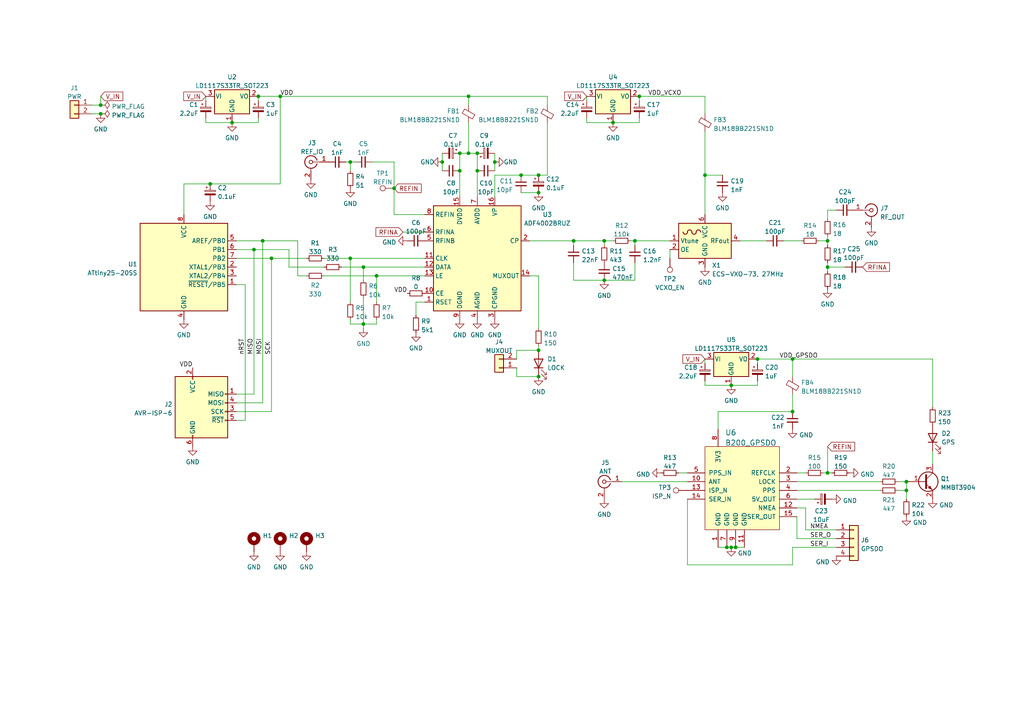
<source format=kicad_sch>
(kicad_sch (version 20211123) (generator eeschema)
  (paper "A4")
  (title_block (title "AD4002 27MHz PLL") (date "2022-04-08") (rev "1") (company "HB9EGM") (comment 1 "Compatible with USRP B200 GPSDO"))
  (lib_symbols
    (symbol "ADF4002_27MHz_PLL:B200_GPSDO" (pin_names (offset 1.016))
      (property "Reference" "U" (at 5.08 -10.16 0))
      (property "Value" "B200_GPSDO" (at 3.81 16.51 0))
      (symbol "B200_GPSDO_0_1"
        (rectangle (start -8.89 15.24) (end 12.7 -8.89) (fill (type background)))
      )
      (symbol "B200_GPSDO_1_1"
        (pin power_in line (at -5.08 -13.97 90) (length 5.08) (name "GND") (number "1"))
        (pin input line (at -13.97 5.08 0) (length 5.08) (name "ANT") (number "10"))
        (pin power_in line (at 2.54 -13.97 90) (length 5.08) (name "GND") (number "11"))
        (pin output line (at 17.78 -2.54 180) (length 5.08) (name "NMEA") (number "12"))
        (pin input line (at -13.97 2.54 0) (length 5.08) (name "ISP_N") (number "13"))
        (pin input line (at -13.97 0 0) (length 5.08) (name "SER_IN") (number "14"))
        (pin output line (at 17.78 -5.08 180) (length 5.08) (name "SER_OUT") (number "15"))
        (pin output line (at 17.78 7.62 180) (length 5.08) (name "REFCLK") (number "2"))
        (pin output line (at 17.78 5.08 180) (length 5.08) (name "LOCK") (number "3"))
        (pin output line (at 17.78 2.54 180) (length 5.08) (name "PPS") (number "4"))
        (pin input line (at -13.97 7.62 0) (length 5.08) (name "PPS_IN") (number "5"))
        (pin power_out line (at 17.78 0 180) (length 5.08) (name "5V_OUT") (number "6"))
        (pin power_in line (at -2.54 -13.97 90) (length 5.08) (name "GND") (number "7"))
        (pin power_in line (at -5.08 20.32 270) (length 5.08) (name "3V3") (number "8"))
        (pin power_in line (at 0 -13.97 90) (length 5.08) (name "GND") (number "9"))
      )
    )
    (symbol "ADF4002_27MHz_PLL:ECS-VXO-73"
      (property "Reference" "X" (at -7.62 6.35 0))
      (property "Value" "ECS-VXO-73" (at 2.54 6.35 0))
      (symbol "ECS-VXO-73_0_1"
        (rectangle (start -7.62 5.08) (end 7.62 -5.08) (stroke (width 0.254)) (fill (type background)))
        (arc (start -6.35 2.54) (mid -5.715 1.905) (end -5.08 2.54) (stroke (width 0.254)))
        (arc (start -3.81 2.54) (mid -4.445 3.175) (end -5.08 2.54) (stroke (width 0.254)))
        (arc (start -3.81 2.54) (mid -3.175 1.905) (end -2.54 2.54) (stroke (width 0.254)))
        (arc (start -1.27 2.54) (mid -1.905 3.175) (end -2.54 2.54) (stroke (width 0.254)))
      )
      (symbol "ECS-VXO-73_1_1"
        (pin input line (at -10.16 0 0) (length 2.54) (name "Vtune") (number "1"))
        (pin input line (at -10.16 -2.54 0) (length 2.54) (name "OE") (number "2"))
        (pin power_in line (at 0 -7.62 90) (length 2.54) (name "GND") (number "3"))
        (pin output line (at 10.16 0 180) (length 2.54) (name "RFout") (number "4"))
        (pin no_connect line (at 2.54 7.62 270) (length 2.54) hide (name "NC") (number "5"))
        (pin power_in line (at 0 7.62 270) (length 2.54) (name "VCC") (number "6"))
      )
    )
    (symbol "Connector:AVR-ISP-6" (pin_names (offset 1.016))
      (property "Reference" "J" (at -6.35 11.43 0))
      (property "Value" "AVR-ISP-6" (at 0 11.43 0))
      (symbol "AVR-ISP-6_0_1"
        (rectangle (start -2.667 -6.858) (end -2.413 -7.62))
        (rectangle (start -2.667 10.16) (end -2.413 9.398))
        (rectangle (start 7.62 -2.413) (end 6.858 -2.667))
        (rectangle (start 7.62 0.127) (end 6.858 -0.127))
        (rectangle (start 7.62 2.667) (end 6.858 2.413))
        (rectangle (start 7.62 5.207) (end 6.858 4.953))
        (rectangle (start 7.62 10.16) (end -7.62 -7.62) (stroke (width 0.254)) (fill (type background)))
      )
      (symbol "AVR-ISP-6_1_1"
        (pin passive line (at 10.16 5.08 180) (length 2.54) (name "MISO") (number "1"))
        (pin passive line (at -2.54 12.7 270) (length 2.54) (name "VCC") (number "2"))
        (pin passive line (at 10.16 0 180) (length 2.54) (name "SCK") (number "3"))
        (pin passive line (at 10.16 2.54 180) (length 2.54) (name "MOSI") (number "4"))
        (pin passive line (at 10.16 -2.54 180) (length 2.54) (name "~{RST}") (number "5"))
        (pin passive line (at -2.54 -10.16 90) (length 2.54) (name "GND") (number "6"))
      )
    )
    (symbol "Connector:Conn_Coaxial" (pin_names (offset 1.016) hide)
      (property "Reference" "J" (at 0.254 3.048 0))
      (property "Value" "Conn_Coaxial" (at 2.921 0 90))
      (symbol "Conn_Coaxial_0_1"
        (arc (start -1.778 -0.508) (mid 0.222 -1.808) (end 1.778 0) (stroke (width 0.254)))
        (polyline (pts (xy -2.54 0) (xy -0.508 0)))
        (polyline (pts (xy 0 -2.54) (xy 0 -1.778)))
        (circle (center 0 0) (radius 0.508) (stroke (width 0.2032)))
        (arc (start 1.778 0) (mid 0.222 1.8083) (end -1.778 0.508) (stroke (width 0.254)))
      )
      (symbol "Conn_Coaxial_1_1"
        (pin passive line (at -5.08 0 0) (length 2.54) (name "In") (number "1"))
        (pin passive line (at 0 -5.08 90) (length 2.54) (name "Ext") (number "2"))
      )
    )
    (symbol "Connector:TestPoint" (pin_numbers hide) (pin_names (offset 0.762) hide)
      (property "Reference" "TP" (at 0 6.858 0))
      (property "Value" "TestPoint" (at 0 5.08 0))
      (symbol "TestPoint_0_1"
        (circle (center 0 3.302) (radius 0.762))
      )
      (symbol "TestPoint_1_1"
        (pin passive line (at 0 0 90) (length 2.54) (name "1") (number "1"))
      )
    )
    (symbol "Connector_Generic:Conn_01x02" (pin_names (offset 1.016) hide)
      (property "Reference" "J" (at 0 2.54 0))
      (property "Value" "Conn_01x02" (at 0 -5.08 0))
      (symbol "Conn_01x02_1_1"
        (rectangle (start -1.27 -2.413) (end 0 -2.667) (stroke (width 0.1524)))
        (rectangle (start -1.27 0.127) (end 0 -0.127) (stroke (width 0.1524)))
        (rectangle (start -1.27 1.27) (end 1.27 -3.81) (stroke (width 0.254)) (fill (type background)))
        (pin passive line (at -5.08 0 0) (length 3.81) (name "Pin_1") (number "1"))
        (pin passive line (at -5.08 -2.54 0) (length 3.81) (name "Pin_2") (number "2"))
      )
    )
    (symbol "Connector_Generic:Conn_01x04" (pin_names (offset 1.016) hide)
      (property "Reference" "J" (at 0 5.08 0))
      (property "Value" "Conn_01x04" (at 0 -7.62 0))
      (symbol "Conn_01x04_1_1"
        (rectangle (start -1.27 -4.953) (end 0 -5.207) (stroke (width 0.1524)))
        (rectangle (start -1.27 -2.413) (end 0 -2.667) (stroke (width 0.1524)))
        (rectangle (start -1.27 0.127) (end 0 -0.127) (stroke (width 0.1524)))
        (rectangle (start -1.27 2.667) (end 0 2.413) (stroke (width 0.1524)))
        (rectangle (start -1.27 3.81) (end 1.27 -6.35) (stroke (width 0.254)) (fill (type background)))
        (pin passive line (at -5.08 2.54 0) (length 3.81) (name "Pin_1") (number "1"))
        (pin passive line (at -5.08 0 0) (length 3.81) (name "Pin_2") (number "2"))
        (pin passive line (at -5.08 -2.54 0) (length 3.81) (name "Pin_3") (number "3"))
        (pin passive line (at -5.08 -5.08 0) (length 3.81) (name "Pin_4") (number "4"))
      )
    )
    (symbol "Device:C_Polarized_Small" (pin_numbers hide) (pin_names (offset 0.254) hide)
      (property "Reference" "C" (at 0.254 1.778 0))
      (property "Value" "C_Polarized_Small" (at 0.254 -2.032 0))
      (symbol "C_Polarized_Small_0_1"
        (rectangle (start -1.524 -0.3048) (end 1.524 -0.6858) (fill (type outline)))
        (rectangle (start -1.524 0.6858) (end 1.524 0.3048))
        (polyline (pts (xy -1.27 1.524) (xy -0.762 1.524)))
        (polyline (pts (xy -1.016 1.27) (xy -1.016 1.778)))
      )
      (symbol "C_Polarized_Small_1_1"
        (pin passive line (at 0 2.54 270) (length 1.8542) (name "~") (number "1"))
        (pin passive line (at 0 -2.54 90) (length 1.8542) (name "~") (number "2"))
      )
    )
    (symbol "Device:C_Small" (pin_numbers hide) (pin_names (offset 0.254) hide)
      (property "Reference" "C" (at 0.254 1.778 0))
      (property "Value" "C_Small" (at 0.254 -2.032 0))
      (symbol "C_Small_0_1"
        (polyline (pts (xy -1.524 -0.508) (xy 1.524 -0.508)) (stroke (width 0.3302)))
        (polyline (pts (xy -1.524 0.508) (xy 1.524 0.508)) (stroke (width 0.3048)))
      )
      (symbol "C_Small_1_1"
        (pin passive line (at 0 2.54 270) (length 2.032) (name "~") (number "1"))
        (pin passive line (at 0 -2.54 90) (length 2.032) (name "~") (number "2"))
      )
    )
    (symbol "Device:FerriteBead_Small" (pin_numbers hide) (pin_names (offset 0))
      (property "Reference" "FB" (at 1.905 1.27 0))
      (property "Value" "FerriteBead_Small" (at 1.905 -1.27 0))
      (symbol "FerriteBead_Small_0_1"
        (polyline (pts (xy 0 -1.27) (xy 0 -0.7874)))
        (polyline (pts (xy 0 0.889) (xy 0 1.2954)))
        (polyline (pts (xy -1.8288 0.2794) (xy -1.1176 1.4986) (xy 1.8288 -0.2032) (xy 1.1176 -1.4224) (xy -1.8288 0.2794)))
      )
      (symbol "FerriteBead_Small_1_1"
        (pin passive line (at 0 2.54 270) (length 1.27) (name "~") (number "1"))
        (pin passive line (at 0 -2.54 90) (length 1.27) (name "~") (number "2"))
      )
    )
    (symbol "Device:LED" (pin_numbers hide) (pin_names (offset 1.016) hide)
      (property "Reference" "D" (at 0 2.54 0))
      (property "Value" "LED" (at 0 -2.54 0))
      (symbol "LED_0_1"
        (polyline (pts (xy -1.27 -1.27) (xy -1.27 1.27)) (stroke (width 0.254)))
        (polyline (pts (xy -1.27 0) (xy 1.27 0)))
        (polyline (pts (xy 1.27 -1.27) (xy 1.27 1.27) (xy -1.27 0) (xy 1.27 -1.27)) (stroke (width 0.254)))
        (polyline (pts (xy -3.048 -0.762) (xy -4.572 -2.286) (xy -3.81 -2.286) (xy -4.572 -2.286) (xy -4.572 -1.524)))
        (polyline (pts (xy -1.778 -0.762) (xy -3.302 -2.286) (xy -2.54 -2.286) (xy -3.302 -2.286) (xy -3.302 -1.524)))
      )
      (symbol "LED_1_1"
        (pin passive line (at -3.81 0 0) (length 2.54) (name "K") (number "1"))
        (pin passive line (at 3.81 0 180) (length 2.54) (name "A") (number "2"))
      )
    )
    (symbol "Device:R_Small" (pin_numbers hide) (pin_names (offset 0.254) hide)
      (property "Reference" "R" (at 0.762 0.508 0))
      (property "Value" "R_Small" (at 0.762 -1.016 0))
      (symbol "R_Small_0_1"
        (rectangle (start -0.762 1.778) (end 0.762 -1.778) (stroke (width 0.2032)))
      )
      (symbol "R_Small_1_1"
        (pin passive line (at 0 2.54 270) (length 0.762) (name "~") (number "1"))
        (pin passive line (at 0 -2.54 90) (length 0.762) (name "~") (number "2"))
      )
    )
    (symbol "MCU_Microchip_ATtiny:ATtiny25-20SS"
      (property "Reference" "U" (at -12.7 13.97 0))
      (property "Value" "ATtiny25-20SS" (at 2.54 -13.97 0))
      (symbol "ATtiny25-20SS_0_1"
        (rectangle (start -12.7 -12.7) (end 12.7 12.7) (stroke (width 0.254)) (fill (type background)))
      )
      (symbol "ATtiny25-20SS_1_1"
        (pin bidirectional line (at 15.24 -5.08 180) (length 2.54) (name "~{RESET}/PB5") (number "1"))
        (pin bidirectional line (at 15.24 0 180) (length 2.54) (name "XTAL1/PB3") (number "2"))
        (pin bidirectional line (at 15.24 -2.54 180) (length 2.54) (name "XTAL2/PB4") (number "3"))
        (pin power_in line (at 0 -15.24 90) (length 2.54) (name "GND") (number "4"))
        (pin bidirectional line (at 15.24 7.62 180) (length 2.54) (name "AREF/PB0") (number "5"))
        (pin bidirectional line (at 15.24 5.08 180) (length 2.54) (name "PB1") (number "6"))
        (pin bidirectional line (at 15.24 2.54 180) (length 2.54) (name "PB2") (number "7"))
        (pin power_in line (at 0 15.24 270) (length 2.54) (name "VCC") (number "8"))
      )
    )
    (symbol "Mechanical:MountingHole_Pad" (pin_numbers hide) (pin_names (offset 1.016) hide)
      (property "Reference" "H" (at 0 6.35 0))
      (property "Value" "MountingHole_Pad" (at 0 4.445 0))
      (symbol "MountingHole_Pad_0_1"
        (circle (center 0 1.27) (radius 1.27) (stroke (width 1.27)))
      )
      (symbol "MountingHole_Pad_1_1"
        (pin input line (at 0 -2.54 90) (length 2.54) (name "1") (number "1"))
      )
    )
    (symbol "Regulator_Linear:LD1117S33TR_SOT223" (pin_names (offset 0.254))
      (property "Reference" "U" (at -3.81 3.175 0))
      (property "Value" "LD1117S33TR_SOT223" (at 0 3.175 0))
      (symbol "LD1117S33TR_SOT223_0_1"
        (rectangle (start -5.08 -5.08) (end 5.08 1.905) (stroke (width 0.254)) (fill (type background)))
      )
      (symbol "LD1117S33TR_SOT223_1_1"
        (pin power_in line (at 0 -7.62 90) (length 2.54) (name "GND") (number "1"))
        (pin power_out line (at 7.62 0 180) (length 2.54) (name "VO") (number "2"))
        (pin power_in line (at -7.62 0 0) (length 2.54) (name "VI") (number "3"))
      )
    )
    (symbol "Timer_PLL:ADF4002BRUZ"
      (property "Reference" "U" (at 12.7 16.51 0))
      (property "Value" "ADF4002BRUZ" (at 0 0 0))
      (symbol "ADF4002BRUZ_0_1"
        (rectangle (start -12.7 15.24) (end 12.7 -15.24) (stroke (width 0.254)) (fill (type background)))
      )
      (symbol "ADF4002BRUZ_1_1"
        (pin input line (at -15.24 -12.7 0) (length 2.54) (name "RSET") (number "1"))
        (pin input line (at -15.24 -10.16 0) (length 2.54) (name "CE") (number "10"))
        (pin input line (at -15.24 0 0) (length 2.54) (name "CLK") (number "11"))
        (pin input line (at -15.24 -2.54 0) (length 2.54) (name "DATA") (number "12"))
        (pin input line (at -15.24 -5.08 0) (length 2.54) (name "LE") (number "13"))
        (pin output line (at 15.24 -5.08 180) (length 2.54) (name "MUXOUT") (number "14"))
        (pin power_in line (at -5.08 17.78 270) (length 2.54) (name "DVDD") (number "15"))
        (pin power_in line (at 5.08 17.78 270) (length 2.54) (name "VP") (number "16"))
        (pin output line (at 15.24 5.08 180) (length 2.54) (name "CP") (number "2"))
        (pin power_in line (at 5.08 -17.78 90) (length 2.54) (name "CPGND") (number "3"))
        (pin power_in line (at 0 -17.78 90) (length 2.54) (name "AGND") (number "4"))
        (pin input line (at -15.24 5.08 0) (length 2.54) (name "RFINB") (number "5"))
        (pin input line (at -15.24 7.62 0) (length 2.54) (name "RFINA") (number "6"))
        (pin power_in line (at 0 17.78 270) (length 2.54) (name "AVDD") (number "7"))
        (pin input line (at -15.24 12.7 0) (length 2.54) (name "REFIN") (number "8"))
        (pin power_in line (at -5.08 -17.78 90) (length 2.54) (name "DGND") (number "9"))
      )
    )
    (symbol "Transistor_BJT:MMBT3904" (pin_names (offset 0) hide)
      (property "Reference" "Q" (at 5.08 1.905 0))
      (property "Value" "MMBT3904" (at 5.08 0 0))
      (symbol "MMBT3904_0_1"
        (polyline (pts (xy 0.635 0.635) (xy 2.54 2.54)))
        (polyline (pts (xy 0.635 -0.635) (xy 2.54 -2.54) (xy 2.54 -2.54)))
        (polyline (pts (xy 0.635 1.905) (xy 0.635 -1.905) (xy 0.635 -1.905)) (stroke (width 0.508)))
        (polyline (pts (xy 1.27 -1.778) (xy 1.778 -1.27) (xy 2.286 -2.286) (xy 1.27 -1.778) (xy 1.27 -1.778)) (fill (type outline)))
        (circle (center 1.27 0) (radius 2.8194) (stroke (width 0.254)))
      )
      (symbol "MMBT3904_1_1"
        (pin input line (at -5.08 0 0) (length 5.715) (name "B") (number "1"))
        (pin passive line (at 2.54 -5.08 90) (length 2.54) (name "E") (number "2"))
        (pin passive line (at 2.54 5.08 270) (length 2.54) (name "C") (number "3"))
      )
    )
    (symbol "power:GND" (power) (pin_names (offset 0))
      (property "Value" "GND" (at 0 -3.81 0))
      (symbol "GND_0_1"
        (polyline (pts (xy 0 0) (xy 0 -1.27) (xy 1.27 -1.27) (xy 0 -2.54) (xy -1.27 -1.27) (xy 0 -1.27)))
      )
      (symbol "GND_1_1"
        (pin power_in line (at 0 0 270) (length 0) hide (name "GND") (number "1"))
      )
    )
    (symbol "power:PWR_FLAG" (power) (pin_numbers hide) (pin_names (offset 0) hide)
      (property "Value" "PWR_FLAG" (at 0 3.81 0))
      (symbol "PWR_FLAG_0_0"
        (pin power_out line (at 0 0 90) (length 0) (name "pwr") (number "1"))
      )
      (symbol "PWR_FLAG_0_1"
        (polyline (pts (xy 0 0) (xy 0 1.27) (xy -1.016 1.905) (xy 0 2.54) (xy 1.016 1.905) (xy 0 1.27)))
      )
    )
  )
  (junction (at 151.13 50.8))
  (junction (at 212.09 111.76))
  (junction (at 240.03 69.85))
  (junction (at 29.21 33.02))
  (junction (at 138.43 49.53))
  (junction (at 101.6 74.93))
  (junction (at 114.3 54.61))
  (junction (at 81.28 27.94))
  (junction (at 67.31 35.56))
  (junction (at 184.15 69.85))
  (junction (at 105.41 77.47))
  (junction (at 229.87 119.38))
  (junction (at 135.89 44.45))
  (junction (at 156.21 55.88))
  (junction (at 133.35 44.45))
  (junction (at 262.89 142.24))
  (junction (at 204.47 50.8))
  (junction (at 185.42 27.94))
  (junction (at 156.21 101.6))
  (junction (at 213.36 158.75))
  (junction (at 240.03 77.47))
  (junction (at 128.27 46.99))
  (junction (at 177.8 35.56))
  (junction (at 101.6 46.99))
  (junction (at 143.51 46.99))
  (junction (at 175.26 69.85))
  (junction (at 166.37 69.85))
  (junction (at 76.2 69.85))
  (junction (at 133.35 49.53))
  (junction (at 175.26 81.28))
  (junction (at 135.89 27.94))
  (junction (at 109.22 80.01))
  (junction (at 262.89 139.7))
  (junction (at 73.66 72.39))
  (junction (at 74.93 27.94))
  (junction (at 229.87 104.14))
  (junction (at 29.21 30.48))
  (junction (at 138.43 44.45))
  (junction (at 78.74 74.93))
  (junction (at 212.09 158.75))
  (junction (at 156.21 50.8))
  (junction (at 156.21 109.22))
  (junction (at 60.96 53.34))
  (junction (at 240.03 137.16))
  (junction (at 105.41 93.98))
  (junction (at 219.71 104.14))
  (junction (at 210.82 158.75))
  (wire (pts (xy 212.09 158.75) (xy 213.36 158.75)))
  (wire (pts (xy 194.31 74.93) (xy 194.31 72.39)))
  (wire (pts (xy 151.13 55.88) (xy 156.21 55.88)))
  (wire (pts (xy 240.03 129.54) (xy 240.03 137.16)))
  (wire (pts (xy 227.33 69.85) (xy 232.41 69.85)))
  (wire (pts (xy 166.37 81.28) (xy 175.26 81.28)))
  (wire (pts (xy 156.21 80.01) (xy 153.67 80.01)))
  (wire (pts (xy 166.37 69.85) (xy 175.26 69.85)))
  (wire (pts (xy 138.43 49.53) (xy 138.43 57.15)))
  (wire (pts (xy 74.93 35.56) (xy 74.93 34.29)))
  (wire (pts (xy 29.21 33.02) (xy 26.67 33.02)))
  (wire (pts (xy 114.3 62.23) (xy 114.3 54.61)))
  (wire (pts (xy 143.51 44.45) (xy 143.51 46.99)))
  (wire (pts (xy 204.47 33.02) (xy 204.47 27.94)))
  (wire (pts (xy 105.41 86.36) (xy 105.41 93.98)))
  (wire (pts (xy 184.15 71.12) (xy 184.15 69.85)))
  (wire (pts (xy 83.82 77.47) (xy 93.98 77.47)))
  (wire (pts (xy 170.18 27.94) (xy 170.18 29.21)))
  (wire (pts (xy 231.14 139.7) (xy 255.27 139.7)))
  (wire (pts (xy 204.47 111.76) (xy 212.09 111.76)))
  (wire (pts (xy 233.68 153.67) (xy 233.68 147.32)))
  (wire (pts (xy 210.82 158.75) (xy 212.09 158.75)))
  (wire (pts (xy 73.66 72.39) (xy 73.66 114.3)))
  (wire (pts (xy 68.58 121.92) (xy 71.12 121.92)))
  (wire (pts (xy 135.89 44.45) (xy 138.43 44.45)))
  (wire (pts (xy 170.18 34.29) (xy 170.18 35.56)))
  (wire (pts (xy 143.51 46.99) (xy 143.51 49.53)))
  (wire (pts (xy 101.6 46.99) (xy 102.87 46.99)))
  (wire (pts (xy 59.69 27.94) (xy 59.69 29.21)))
  (wire (pts (xy 135.89 27.94) (xy 158.75 27.94)))
  (wire (pts (xy 185.42 27.94) (xy 204.47 27.94)))
  (wire (pts (xy 214.63 69.85) (xy 222.25 69.85)))
  (wire (pts (xy 233.68 147.32) (xy 231.14 147.32)))
  (wire (pts (xy 213.36 158.75) (xy 215.9 158.75)))
  (wire (pts (xy 135.89 44.45) (xy 133.35 44.45)))
  (wire (pts (xy 86.36 80.01) (xy 86.36 69.85)))
  (wire (pts (xy 60.96 53.34) (xy 53.34 53.34)))
  (wire (pts (xy 86.36 69.85) (xy 76.2 69.85)))
  (wire (pts (xy 229.87 109.22) (xy 229.87 104.14)))
  (wire (pts (xy 78.74 74.93) (xy 78.74 119.38)))
  (wire (pts (xy 59.69 35.56) (xy 67.31 35.56)))
  (wire (pts (xy 73.66 72.39) (xy 83.82 72.39)))
  (wire (pts (xy 138.43 44.45) (xy 138.43 49.53)))
  (wire (pts (xy 170.18 35.56) (xy 177.8 35.56)))
  (wire (pts (xy 114.3 54.61) (xy 114.3 46.99)))
  (wire (pts (xy 238.76 137.16) (xy 240.03 137.16)))
  (wire (pts (xy 149.86 109.22) (xy 156.21 109.22)))
  (wire (pts (xy 143.51 50.8) (xy 151.13 50.8)))
  (wire (pts (xy 240.03 77.47) (xy 245.11 77.47)))
  (wire (pts (xy 109.22 80.01) (xy 123.19 80.01)))
  (wire (pts (xy 240.03 69.85) (xy 240.03 68.58)))
  (wire (pts (xy 231.14 142.24) (xy 255.27 142.24)))
  (wire (pts (xy 73.66 114.3) (xy 68.58 114.3)))
  (wire (pts (xy 53.34 53.34) (xy 53.34 62.23)))
  (wire (pts (xy 156.21 95.25) (xy 156.21 80.01)))
  (wire (pts (xy 184.15 69.85) (xy 194.31 69.85)))
  (wire (pts (xy 185.42 35.56) (xy 185.42 34.29)))
  (wire (pts (xy 135.89 27.94) (xy 135.89 30.48)))
  (wire (pts (xy 120.65 87.63) (xy 123.19 87.63)))
  (wire (pts (xy 78.74 119.38) (xy 68.58 119.38)))
  (wire (pts (xy 240.03 69.85) (xy 240.03 71.12)))
  (wire (pts (xy 175.26 69.85) (xy 175.26 71.12)))
  (wire (pts (xy 101.6 93.98) (xy 105.41 93.98)))
  (wire (pts (xy 100.33 46.99) (xy 101.6 46.99)))
  (wire (pts (xy 86.36 80.01) (xy 88.9 80.01)))
  (wire (pts (xy 99.06 77.47) (xy 105.41 77.47)))
  (wire (pts (xy 242.57 156.21) (xy 231.14 156.21)))
  (wire (pts (xy 219.71 104.14) (xy 229.87 104.14)))
  (wire (pts (xy 105.41 93.98) (xy 105.41 95.25)))
  (wire (pts (xy 208.28 158.75) (xy 210.82 158.75)))
  (wire (pts (xy 26.67 30.48) (xy 29.21 30.48)))
  (wire (pts (xy 270.51 130.81) (xy 270.51 134.62)))
  (wire (pts (xy 76.2 116.84) (xy 68.58 116.84)))
  (wire (pts (xy 175.26 69.85) (xy 177.8 69.85)))
  (wire (pts (xy 184.15 69.85) (xy 182.88 69.85)))
  (wire (pts (xy 120.65 91.44) (xy 120.65 87.63)))
  (wire (pts (xy 109.22 92.71) (xy 109.22 93.98)))
  (wire (pts (xy 196.85 137.16) (xy 199.39 137.16)))
  (wire (pts (xy 68.58 69.85) (xy 76.2 69.85)))
  (wire (pts (xy 240.03 60.96) (xy 240.03 63.5)))
  (wire (pts (xy 107.95 46.99) (xy 114.3 46.99)))
  (wire (pts (xy 208.28 119.38) (xy 229.87 119.38)))
  (wire (pts (xy 67.31 35.56) (xy 74.93 35.56)))
  (wire (pts (xy 133.35 49.53) (xy 133.35 57.15)))
  (wire (pts (xy 105.41 77.47) (xy 105.41 81.28)))
  (wire (pts (xy 101.6 74.93) (xy 101.6 87.63)))
  (wire (pts (xy 231.14 144.78) (xy 236.22 144.78)))
  (wire (pts (xy 149.86 104.14) (xy 149.86 101.6)))
  (wire (pts (xy 101.6 46.99) (xy 101.6 49.53)))
  (wire (pts (xy 262.89 142.24) (xy 262.89 139.7)))
  (wire (pts (xy 81.28 27.94) (xy 135.89 27.94)))
  (wire (pts (xy 204.47 104.14) (xy 204.47 105.41)))
  (wire (pts (xy 74.93 27.94) (xy 81.28 27.94)))
  (wire (pts (xy 229.87 104.14) (xy 270.51 104.14)))
  (wire (pts (xy 229.87 158.75) (xy 229.87 163.83)))
  (wire (pts (xy 29.21 27.94) (xy 29.21 30.48)))
  (wire (pts (xy 260.35 142.24) (xy 262.89 142.24)))
  (wire (pts (xy 133.35 44.45) (xy 133.35 49.53)))
  (wire (pts (xy 229.87 163.83) (xy 199.39 163.83)))
  (wire (pts (xy 240.03 77.47) (xy 240.03 78.74)))
  (wire (pts (xy 149.86 106.68) (xy 149.86 109.22)))
  (wire (pts (xy 116.84 67.31) (xy 123.19 67.31)))
  (wire (pts (xy 260.35 139.7) (xy 262.89 139.7)))
  (wire (pts (xy 204.47 110.49) (xy 204.47 111.76)))
  (wire (pts (xy 184.15 81.28) (xy 175.26 81.28)))
  (wire (pts (xy 93.98 80.01) (xy 109.22 80.01)))
  (wire (pts (xy 143.51 57.15) (xy 143.51 50.8)))
  (wire (pts (xy 101.6 93.98) (xy 101.6 92.71)))
  (wire (pts (xy 71.12 121.92) (xy 71.12 82.55)))
  (wire (pts (xy 242.57 153.67) (xy 233.68 153.67)))
  (wire (pts (xy 180.34 139.7) (xy 199.39 139.7)))
  (wire (pts (xy 109.22 93.98) (xy 105.41 93.98)))
  (wire (pts (xy 166.37 76.2) (xy 166.37 81.28)))
  (wire (pts (xy 128.27 46.99) (xy 128.27 49.53)))
  (wire (pts (xy 156.21 100.33) (xy 156.21 101.6)))
  (wire (pts (xy 219.71 105.41) (xy 219.71 104.14)))
  (wire (pts (xy 153.67 69.85) (xy 166.37 69.85)))
  (wire (pts (xy 242.57 158.75) (xy 229.87 158.75)))
  (wire (pts (xy 158.75 30.48) (xy 158.75 27.94)))
  (wire (pts (xy 101.6 74.93) (xy 123.19 74.93)))
  (wire (pts (xy 204.47 38.1) (xy 204.47 50.8)))
  (wire (pts (xy 212.09 111.76) (xy 219.71 111.76)))
  (wire (pts (xy 135.89 35.56) (xy 135.89 44.45)))
  (wire (pts (xy 240.03 76.2) (xy 240.03 77.47)))
  (wire (pts (xy 177.8 35.56) (xy 185.42 35.56)))
  (wire (pts (xy 76.2 69.85) (xy 76.2 116.84)))
  (wire (pts (xy 105.41 77.47) (xy 123.19 77.47)))
  (wire (pts (xy 231.14 137.16) (xy 233.68 137.16)))
  (wire (pts (xy 219.71 111.76) (xy 219.71 110.49)))
  (wire (pts (xy 158.75 35.56) (xy 158.75 50.8)))
  (wire (pts (xy 237.49 69.85) (xy 240.03 69.85)))
  (wire (pts (xy 123.19 62.23) (xy 114.3 62.23)))
  (wire (pts (xy 231.14 156.21) (xy 231.14 149.86)))
  (wire (pts (xy 128.27 44.45) (xy 128.27 46.99)))
  (wire (pts (xy 93.98 74.93) (xy 101.6 74.93)))
  (wire (pts (xy 240.03 137.16) (xy 241.3 137.16)))
  (wire (pts (xy 149.86 101.6) (xy 156.21 101.6)))
  (wire (pts (xy 242.57 60.96) (xy 240.03 60.96)))
  (wire (pts (xy 229.87 119.38) (xy 229.87 114.3)))
  (wire (pts (xy 68.58 74.93) (xy 78.74 74.93)))
  (wire (pts (xy 270.51 118.11) (xy 270.51 104.14)))
  (wire (pts (xy 204.47 50.8) (xy 209.55 50.8)))
  (wire (pts (xy 208.28 119.38) (xy 208.28 124.46)))
  (wire (pts (xy 204.47 50.8) (xy 204.47 62.23)))
  (wire (pts (xy 81.28 53.34) (xy 81.28 27.94)))
  (wire (pts (xy 78.74 74.93) (xy 88.9 74.93)))
  (wire (pts (xy 59.69 34.29) (xy 59.69 35.56)))
  (wire (pts (xy 199.39 163.83) (xy 199.39 144.78)))
  (wire (pts (xy 71.12 82.55) (xy 68.58 82.55)))
  (wire (pts (xy 185.42 29.21) (xy 185.42 27.94)))
  (wire (pts (xy 262.89 142.24) (xy 262.89 144.78)))
  (wire (pts (xy 74.93 29.21) (xy 74.93 27.94)))
  (wire (pts (xy 166.37 69.85) (xy 166.37 71.12)))
  (wire (pts (xy 151.13 50.8) (xy 156.21 50.8)))
  (wire (pts (xy 60.96 53.34) (xy 81.28 53.34)))
  (wire (pts (xy 109.22 80.01) (xy 109.22 87.63)))
  (wire (pts (xy 156.21 50.8) (xy 158.75 50.8)))
  (wire (pts (xy 184.15 76.2) (xy 184.15 81.28)))
  (wire (pts (xy 68.58 72.39) (xy 73.66 72.39)))
  (wire (pts (xy 83.82 72.39) (xy 83.82 77.47)))
  (label "MISO" (at 73.66 102.87 90))
  (label "VDD_VCXO" (at 187.96 27.94 0))
  (label "SER_O" (at 234.95 156.21 0))
  (label "nRST" (at 71.12 102.87 90))
  (label "NMEA" (at 234.95 153.67 0))
  (label "SCK" (at 78.74 102.87 90))
  (label "VDD" (at 55.88 106.68 180))
  (label "SER_I" (at 234.95 158.75 0))
  (label "MOSI" (at 76.2 102.87 90))
  (label "VDD" (at 81.28 27.94 0))
  (label "VDD_GPSDO" (at 226.06 104.14 0))
  (label "VDD" (at 118.11 85.09 180))
  (global_label "V_IN" (shape input) (at 204.47 104.14 180) (property "Intersheet References" "${INTERSHEET_REFS}" (effects hide)))
  (global_label "REFIN" (shape input) (at 240.03 129.54 0) (property "Intersheet References" "${INTERSHEET_REFS}" (effects hide)))
  (global_label "V_IN" (shape input) (at 170.18 27.94 180) (property "Intersheet References" "${INTERSHEET_REFS}" (effects hide)))
  (global_label "REFIN" (shape input) (at 114.3 54.61 0) (property "Intersheet References" "${INTERSHEET_REFS}" (effects hide)))
  (global_label "RFINA" (shape input) (at 116.84 67.31 180) (property "Intersheet References" "${INTERSHEET_REFS}" (effects hide)))
  (global_label "V_IN" (shape input) (at 59.69 27.94 180) (property "Intersheet References" "${INTERSHEET_REFS}" (effects hide)))
  (global_label "RFINA" (shape input) (at 250.19 77.47 0) (property "Intersheet References" "${INTERSHEET_REFS}" (effects hide)))
  (global_label "V_IN" (shape input) (at 29.21 27.94 0) (property "Intersheet References" "${INTERSHEET_REFS}" (effects hide)))
  (symbol (lib_id "Mechanical:MountingHole_Pad") (at 81.28 157.48 0) (unit 1)
    (property "Reference" "H2" (at 83.82 155.3753 0) (effects (justify left)))
    (property "Value" "MountingHole_Pad" (effects hide))
    (property "Footprint" "MountingHole:MountingHole_3.2mm_M3_ISO7380_Pad" (effects hide))
  )
  (symbol (lib_id "Device:R_Small") (at 236.22 137.16 270) (unit 1)
    (property "Reference" "R15" (at 236.22 132.7236 90))
    (property "Value" "100" (at 236.22 135.2605 90))
    (property "Footprint" "Resistor_SMD:R_0603_1608Metric_Pad0.98x0.95mm_HandSolder" (effects hide))
  )
  (symbol (lib_id "power:GND") (at 156.21 109.22 0) (unit 1)
    (property "Reference" "#PWR015" (effects hide))
    (property "Value" "GND" (at 156.21 113.6634 0))
  )
  (symbol (lib_id "power:GND") (at 242.57 161.29 0) (unit 1)
    (property "Reference" "#PWR027" (effects hide))
    (property "Value" "GND" (at 240.6651 162.9938 0) (effects (justify right)))
  )
  (symbol (lib_id "Device:R_Small") (at 175.26 73.66 180) (unit 1)
    (property "Reference" "R11" (at 176.7586 72.8253 0) (effects (justify right)))
    (property "Value" "4k3" (at 176.7586 75.3622 0) (effects (justify right)))
    (property "Footprint" "Resistor_SMD:R_0603_1608Metric_Pad0.98x0.95mm_HandSolder" (effects hide))
  )
  (symbol (lib_id "Device:C_Polarized_Small") (at 204.47 107.95 0) (unit 1)
    (property "Reference" "C18" (at 202.311 106.5692 0) (effects (justify right)))
    (property "Value" "2.2uF" (at 202.311 109.1061 0) (effects (justify right)))
    (property "Footprint" "Capacitor_SMD:C_0805_2012Metric_Pad1.18x1.45mm_HandSolder" (effects hide))
  )
  (symbol (lib_id "Device:C_Small") (at 229.87 121.92 0) (unit 1)
    (property "Reference" "C22" (at 227.546 121.0916 0) (effects (justify right)))
    (property "Value" "1nF" (at 227.546 123.6285 0) (effects (justify right)))
    (property "Footprint" "Capacitor_SMD:C_0805_2012Metric_Pad1.18x1.45mm_HandSolder" (effects hide))
  )
  (symbol (lib_id "Device:C_Polarized_Small") (at 74.93 31.75 0) (unit 1)
    (property "Reference" "C3" (at 77.089 30.3692 0) (effects (justify left)))
    (property "Value" "1uF" (at 77.089 32.9061 0) (effects (justify left)))
    (property "Footprint" "Capacitor_SMD:C_0805_2012Metric_Pad1.18x1.45mm_HandSolder" (effects hide))
  )
  (symbol (lib_id "Device:R_Small") (at 243.84 137.16 270) (unit 1)
    (property "Reference" "R19" (at 243.84 132.7236 90))
    (property "Value" "150" (at 243.84 135.2605 90))
    (property "Footprint" "Resistor_SMD:R_0603_1608Metric_Pad0.98x0.95mm_HandSolder" (effects hide))
  )
  (symbol (lib_id "Connector_Generic:Conn_01x02") (at 21.59 30.48 0) (mirror y) (unit 1)
    (property "Reference" "J1" (at 21.59 25.5102 0))
    (property "Value" "PWR" (at 21.59 28.0471 0))
    (property "Footprint" "Connector_PinHeader_2.54mm:PinHeader_1x02_P2.54mm_Vertical" (effects hide))
  )
  (symbol (lib_id "Device:R_Small") (at 194.31 137.16 270) (unit 1)
    (property "Reference" "R13" (at 194.31 132.7236 90))
    (property "Value" "4k7" (at 194.31 135.2605 90))
    (property "Footprint" "Resistor_SMD:R_0603_1608Metric_Pad0.98x0.95mm_HandSolder" (effects hide))
  )
  (symbol (lib_id "power:GND") (at 175.26 144.78 0) (unit 1)
    (property "Reference" "#PWR017" (effects hide))
    (property "Value" "GND" (at 175.26 149.2234 0))
  )
  (symbol (lib_id "Timer_PLL:ADF4002BRUZ") (at 138.43 74.93 0) (unit 1)
    (property "Reference" "U3" (at 158.75 62.23 0))
    (property "Value" "ADF4002BRUZ" (at 158.75 64.7669 0))
    (property "Footprint" "Package_SO:TSSOP-16_4.4x5mm_P0.65mm" (effects hide))
    (property "Datasheet" "https://www.analog.com/media/en/technical-documentation/data-sheets/ADF4002.pdf" (effects hide))
  )
  (symbol (lib_id "Device:R_Small") (at 105.41 83.82 180) (unit 1)
    (property "Reference" "R6" (at 106.9086 82.9853 0) (effects (justify right)))
    (property "Value" "10k" (at 106.9086 85.5222 0) (effects (justify right)))
    (property "Footprint" "Resistor_SMD:R_0603_1608Metric_Pad0.98x0.95mm_HandSolder" (effects hide))
  )
  (symbol (lib_id "Connector:Conn_Coaxial") (at 252.73 60.96 0) (unit 1)
    (property "Reference" "J7" (at 255.27 60.4185 0) (effects (justify left)))
    (property "Value" "RF_OUT" (at 255.27 62.9554 0) (effects (justify left)))
    (property "Footprint" "Connector_Coaxial:SMA_Molex_73251-2120_EdgeMount_Horizontal" (effects hide))
    (property "Datasheet" " ~" (effects hide))
  )
  (symbol (lib_id "Device:C_Small") (at 140.97 49.53 270) (unit 1)
    (property "Reference" "C10" (at 140.9636 53.1225 90))
    (property "Value" "10pF" (at 140.9636 55.6594 90))
    (property "Footprint" "Capacitor_SMD:C_0805_2012Metric_Pad1.18x1.45mm_HandSolder" (effects hide))
  )
  (symbol (lib_id "Device:C_Polarized_Small") (at 140.97 44.45 90) (unit 1)
    (property "Reference" "C9" (at 140.4239 39.3532 90))
    (property "Value" "0.1uF" (at 140.4239 41.8901 90))
    (property "Footprint" "Capacitor_SMD:C_0805_2012Metric_Pad1.18x1.45mm_HandSolder" (effects hide))
  )
  (symbol (lib_id "power:GND") (at 53.34 92.71 0) (unit 1)
    (property "Reference" "#PWR02" (effects hide))
    (property "Value" "GND" (at 53.34 97.1534 0))
  )
  (symbol (lib_id "Device:C_Small") (at 224.79 69.85 90) (unit 1)
    (property "Reference" "C21" (at 224.7963 64.5881 90))
    (property "Value" "100pF" (at 224.7963 67.125 90))
    (property "Footprint" "Capacitor_SMD:C_0805_2012Metric_Pad1.18x1.45mm_HandSolder" (effects hide))
  )
  (symbol (lib_id "Device:C_Polarized_Small") (at 60.96 55.88 0) (unit 1)
    (property "Reference" "C2" (at 63.119 54.4992 0) (effects (justify left)))
    (property "Value" "0.1uF" (at 63.119 57.0361 0) (effects (justify left)))
    (property "Footprint" "Capacitor_SMD:C_0805_2012Metric_Pad1.18x1.45mm_HandSolder" (effects hide))
  )
  (symbol (lib_id "Device:FerriteBead_Small") (at 135.89 33.02 180) (unit 1)
    (property "Reference" "FB1" (at 133.4263 32.2234 0) (effects (justify left)))
    (property "Value" "BLM18BB221SN1D" (at 133.4263 34.7603 0) (effects (justify left)))
    (property "Footprint" "Resistor_SMD:R_0603_1608Metric_Pad0.98x0.95mm_HandSolder" (effects hide))
  )
  (symbol (lib_id "Device:R_Small") (at 120.65 85.09 270) (unit 1)
    (property "Reference" "R8" (at 120.65 80.6536 90))
    (property "Value" "0" (at 120.65 83.1905 90))
    (property "Footprint" "Resistor_SMD:R_0603_1608Metric_Pad0.98x0.95mm_HandSolder" (effects hide))
  )
  (symbol (lib_id "Device:R_Small") (at 91.44 74.93 90) (unit 1)
    (property "Reference" "R1" (at 91.44 70.4936 90))
    (property "Value" "330" (at 91.44 73.0305 90))
    (property "Footprint" "Resistor_SMD:R_0603_1608Metric_Pad0.98x0.95mm_HandSolder" (effects hide))
  )
  (symbol (lib_id "power:GND") (at 105.41 95.25 0) (unit 1)
    (property "Reference" "#PWR08" (effects hide))
    (property "Value" "GND" (at 105.41 99.6934 0))
  )
  (symbol (lib_id "power:GND") (at 138.43 92.71 0) (unit 1)
    (property "Reference" "#PWR012" (effects hide))
    (property "Value" "GND" (at 138.43 97.1534 0))
  )
  (symbol (lib_id "power:GND") (at 73.66 160.02 0) (unit 1)
    (property "Reference" "#PWR032" (effects hide))
    (property "Value" "GND" (at 73.66 164.4634 0))
  )
  (symbol (lib_id "power:GND") (at 143.51 46.99 90) (unit 1)
    (property "Reference" "#PWR0101" (effects hide))
    (property "Value" "GND" (at 146.05 46.99 90) (effects (justify right)))
  )
  (symbol (lib_id "Device:LED") (at 156.21 105.41 90) (unit 1)
    (property "Reference" "D1" (at 158.75 104.14 90) (effects (justify right)))
    (property "Value" "LOCK" (at 158.75 106.6769 90) (effects (justify right)))
    (property "Footprint" "LED_SMD:LED_1206_3216Metric_Pad1.42x1.75mm_HandSolder" (effects hide))
  )
  (symbol (lib_id "Device:R_Small") (at 156.21 97.79 0) (unit 1)
    (property "Reference" "R10" (at 157.7086 96.9553 0) (effects (justify left)))
    (property "Value" "150" (at 157.7086 99.4922 0) (effects (justify left)))
    (property "Footprint" "Resistor_SMD:R_0603_1608Metric_Pad0.98x0.95mm_HandSolder" (effects hide))
  )
  (symbol (lib_id "power:GND") (at 177.8 35.56 0) (unit 1)
    (property "Reference" "#PWR018" (effects hide))
    (property "Value" "GND" (at 177.8 40.0034 0))
  )
  (symbol (lib_id "Mechanical:MountingHole_Pad") (at 88.9 157.48 0) (unit 1)
    (property "Reference" "H3" (at 91.44 155.3753 0) (effects (justify left)))
    (property "Value" "MountingHole_Pad" (effects hide))
    (property "Footprint" "MountingHole:MountingHole_3.2mm_M3_ISO7380_Pad" (effects hide))
  )
  (symbol (lib_id "Device:R_Small") (at 120.65 93.98 180) (unit 1)
    (property "Reference" "R9" (at 122.1486 93.1453 0) (effects (justify right)))
    (property "Value" "5k1" (at 122.1486 95.6822 0) (effects (justify right)))
    (property "Footprint" "Resistor_SMD:R_0603_1608Metric_Pad0.98x0.95mm_HandSolder" (effects hide))
  )
  (symbol (lib_id "power:GND") (at 270.51 144.78 0) (unit 1)
    (property "Reference" "#PWR031" (effects hide))
    (property "Value" "GND" (at 272.415 146.4838 0) (effects (justify left)))
  )
  (symbol (lib_id "power:GND") (at 246.38 137.16 90) (unit 1)
    (property "Reference" "#PWR028" (effects hide))
    (property "Value" "GND" (at 249.555 137.5938 90) (effects (justify right)))
  )
  (symbol (lib_id "Connector:TestPoint") (at 194.31 74.93 180) (unit 1)
    (property "Reference" "TP2" (at 194.31 80.8974 0))
    (property "Value" "VCXO_EN" (at 194.31 83.4343 0))
    (property "Footprint" "TestPoint:TestPoint_Pad_D2.5mm" (effects hide))
  )
  (symbol (lib_id "Connector_Generic:Conn_01x04") (at 247.65 156.21 0) (unit 1)
    (property "Reference" "J6" (at 249.682 156.6453 0) (effects (justify left)))
    (property "Value" "GPSDO" (at 249.682 159.1822 0) (effects (justify left)))
    (property "Footprint" "Connector_PinHeader_2.54mm:PinHeader_1x04_P2.54mm_Vertical" (effects hide))
  )
  (symbol (lib_id "Device:FerriteBead_Small") (at 229.87 111.76 180) (unit 1)
    (property "Reference" "FB4" (at 232.3338 110.9634 0) (effects (justify right)))
    (property "Value" "BLM18BB221SN1D" (at 232.3338 113.5003 0) (effects (justify right)))
    (property "Footprint" "Resistor_SMD:R_0603_1608Metric_Pad0.98x0.95mm_HandSolder" (effects hide))
  )
  (symbol (lib_id "power:GND") (at 118.11 69.85 270) (unit 1)
    (property "Reference" "#PWR09" (effects hide))
    (property "Value" "GND" (at 114.9351 70.2838 90) (effects (justify right)))
  )
  (symbol (lib_id "power:GND") (at 175.26 81.28 0) (unit 1)
    (property "Reference" "#PWR016" (effects hide))
    (property "Value" "GND" (at 175.26 85.7234 0))
  )
  (symbol (lib_id "Device:R_Small") (at 96.52 77.47 90) (unit 1)
    (property "Reference" "R3" (at 96.52 72.39 90))
    (property "Value" "330" (at 96.52 74.93 90))
    (property "Footprint" "Resistor_SMD:R_0603_1608Metric_Pad0.98x0.95mm_HandSolder" (effects hide))
  )
  (symbol (lib_id "power:GND") (at 120.65 96.52 0) (unit 1)
    (property "Reference" "#PWR010" (effects hide))
    (property "Value" "GND" (at 120.65 100.9634 0))
  )
  (symbol (lib_id "power:GND") (at 60.96 58.42 0) (unit 1)
    (property "Reference" "#PWR04" (effects hide))
    (property "Value" "GND" (at 60.96 62.8634 0))
  )
  (symbol (lib_id "Connector:TestPoint") (at 114.3 54.61 90) (unit 1)
    (property "Reference" "TP1" (at 110.998 50.2752 90))
    (property "Value" "REFIN" (at 110.998 52.8121 90))
    (property "Footprint" "TestPoint:TestPoint_Pad_D2.5mm" (effects hide))
  )
  (symbol (lib_id "Device:R_Small") (at 101.6 90.17 180) (unit 1)
    (property "Reference" "R5" (at 103.0986 89.3353 0) (effects (justify right)))
    (property "Value" "10k" (at 103.0986 91.8722 0) (effects (justify right)))
    (property "Footprint" "Resistor_SMD:R_0603_1608Metric_Pad0.98x0.95mm_HandSolder" (effects hide))
  )
  (symbol (lib_id "Device:R_Small") (at 101.6 52.07 180) (unit 1)
    (property "Reference" "R4" (at 103.0986 51.2353 0) (effects (justify right)))
    (property "Value" "51" (at 103.0986 53.7722 0) (effects (justify right)))
    (property "Footprint" "Resistor_SMD:R_0603_1608Metric_Pad0.98x0.95mm_HandSolder" (effects hide))
  )
  (symbol (lib_id "Device:C_Small") (at 151.13 53.34 0) (unit 1)
    (property "Reference" "C11" (at 148.806 52.5116 0) (effects (justify right)))
    (property "Value" "10pF" (at 148.806 55.0485 0) (effects (justify right)))
    (property "Footprint" "Capacitor_SMD:C_0805_2012Metric_Pad1.18x1.45mm_HandSolder" (effects hide))
  )
  (symbol (lib_id "Device:LED") (at 270.51 127 90) (unit 1)
    (property "Reference" "D2" (at 273.05 125.73 90) (effects (justify right)))
    (property "Value" "GPS" (at 273.05 128.2669 90) (effects (justify right)))
    (property "Footprint" "LED_SMD:LED_1206_3216Metric_Pad1.42x1.75mm_HandSolder" (effects hide))
  )
  (symbol (lib_id "Device:C_Small") (at 209.55 53.34 0) (unit 1)
    (property "Reference" "C19" (at 211.8741 52.5116 0) (effects (justify left)))
    (property "Value" "1nF" (at 211.8741 55.0485 0) (effects (justify left)))
    (property "Footprint" "Capacitor_SMD:C_0805_2012Metric_Pad1.18x1.45mm_HandSolder" (effects hide))
  )
  (symbol (lib_id "ADF4002_27MHz_PLL:B200_GPSDO") (at 213.36 144.78 0) (unit 1)
    (property "Reference" "U6" (at 210.2994 125.4559 0) (effects (font (size 1.524 1.524)) (justify left)))
    (property "Value" "B200_GPSDO" (at 210.2994 128.4493 0) (effects (font (size 1.524 1.524)) (justify left)))
    (property "Footprint" "ADF4002_27MHz_PLL:GPSDO_B200" (effects hide))
  )
  (symbol (lib_id "Device:C_Small") (at 175.26 78.74 0) (unit 1)
    (property "Reference" "C15" (at 177.5841 77.9116 0) (effects (justify left)))
    (property "Value" "470nF" (at 177.5841 80.4485 0) (effects (justify left)))
    (property "Footprint" "Capacitor_SMD:C_0805_2012Metric_Pad1.18x1.45mm_HandSolder" (effects hide))
  )
  (symbol (lib_id "Device:R_Small") (at 270.51 120.65 0) (unit 1)
    (property "Reference" "R23" (at 272.0086 119.8153 0) (effects (justify left)))
    (property "Value" "150" (at 272.0086 122.3522 0) (effects (justify left)))
    (property "Footprint" "Resistor_SMD:R_0603_1608Metric_Pad0.98x0.95mm_HandSolder" (effects hide))
  )
  (symbol (lib_id "power:GND") (at 143.51 92.71 0) (unit 1)
    (property "Reference" "#PWR013" (effects hide))
    (property "Value" "GND" (at 143.51 97.1534 0))
  )
  (symbol (lib_id "power:GND") (at 212.09 158.75 0) (unit 1)
    (property "Reference" "#PWR023" (effects hide))
    (property "Value" "GND" (at 213.995 160.4538 0) (effects (justify left)))
  )
  (symbol (lib_id "Connector:AVR-ISP-6") (at 58.42 119.38 0) (unit 1)
    (property "Reference" "J2" (at 50.0381 117.2753 0) (effects (justify right)))
    (property "Value" "AVR-ISP-6" (at 50.0381 119.8122 0) (effects (justify right)))
    (property "Footprint" "Connector_IDC:IDC-Header_2x03_P2.54mm_Vertical" (effects hide))
    (property "Datasheet" " ~" (effects hide))
  )
  (symbol (lib_id "power:GND") (at 252.73 66.04 0) (unit 1)
    (property "Reference" "#PWR029" (effects hide))
    (property "Value" "GND" (at 252.73 70.4834 0))
  )
  (symbol (lib_id "Device:R_Small") (at 234.95 69.85 270) (unit 1)
    (property "Reference" "R14" (at 234.95 65.4136 90))
    (property "Value" "18" (at 234.95 67.9505 90))
    (property "Footprint" "Resistor_SMD:R_0603_1608Metric_Pad0.98x0.95mm_HandSolder" (effects hide))
  )
  (symbol (lib_id "Device:R_Small") (at 257.81 142.24 270) (unit 1)
    (property "Reference" "R21" (at 257.81 145.007 90))
    (property "Value" "4k7" (at 257.81 147.5439 90))
    (property "Footprint" "Resistor_SMD:R_0603_1608Metric_Pad0.98x0.95mm_HandSolder" (effects hide))
  )
  (symbol (lib_id "Device:C_Small") (at 97.79 46.99 90) (unit 1)
    (property "Reference" "C4" (at 97.7963 41.7281 90))
    (property "Value" "1nF" (at 97.7963 44.265 90))
    (property "Footprint" "Capacitor_SMD:C_0805_2012Metric_Pad1.18x1.45mm_HandSolder" (effects hide))
  )
  (symbol (lib_id "power:GND") (at 229.87 124.46 0) (unit 1)
    (property "Reference" "#PWR024" (effects hide))
    (property "Value" "GND" (at 231.775 126.1638 0) (effects (justify left)))
  )
  (symbol (lib_id "power:PWR_FLAG") (at 29.21 30.48 270) (unit 1)
    (property "Reference" "#FLG01" (effects hide))
    (property "Value" "PWR_FLAG" (at 32.385 30.9138 90) (effects (justify left)))
  )
  (symbol (lib_id "Device:C_Small") (at 105.41 46.99 90) (unit 1)
    (property "Reference" "C5" (at 105.4163 41.7281 90))
    (property "Value" "1nF" (at 105.4163 44.265 90))
    (property "Footprint" "Capacitor_SMD:C_0805_2012Metric_Pad1.18x1.45mm_HandSolder" (effects hide))
  )
  (symbol (lib_id "Regulator_Linear:LD1117S33TR_SOT223") (at 212.09 104.14 0) (unit 1)
    (property "Reference" "U5" (at 212.09 98.5352 0))
    (property "Value" "LD1117S33TR_SOT223" (at 212.09 101.0721 0))
    (property "Footprint" "Package_TO_SOT_SMD:SOT-223-3_TabPin2" (effects hide))
    (property "Datasheet" "http://www.st.com/st-web-ui/static/active/en/resource/technical/document/datasheet/CD00000544.pdf" (effects hide))
  )
  (symbol (lib_id "Device:C_Polarized_Small") (at 238.76 144.78 90) (unit 1)
    (property "Reference" "C23" (at 238.2139 148.2074 90))
    (property "Value" "10uF" (at 238.2139 150.7443 90))
    (property "Footprint" "Capacitor_SMD:CP_Elec_4x5.3" (effects hide))
  )
  (symbol (lib_id "power:GND") (at 67.31 35.56 0) (unit 1)
    (property "Reference" "#PWR05" (effects hide))
    (property "Value" "GND" (at 67.31 40.0034 0))
  )
  (symbol (lib_id "ADF4002_27MHz_PLL:ECS-VXO-73") (at 204.47 69.85 0) (unit 1)
    (property "Reference" "X1" (at 206.4894 76.9604 0) (effects (justify left)))
    (property "Value" "ECS-VXO-73, 27MHz" (at 206.4894 79.4973 0) (effects (justify left)))
    (property "Footprint" "ADF4002_27MHz_PLL:Oscillator_SMD_ECS_VXO_73" (effects hide))
  )
  (symbol (lib_id "power:GND") (at 128.27 46.99 270) (unit 1)
    (property "Reference" "#PWR0102" (effects hide))
    (property "Value" "GND" (at 121.92 46.99 90) (effects (justify left)))
  )
  (symbol (lib_id "power:GND") (at 212.09 111.76 0) (unit 1)
    (property "Reference" "#PWR022" (effects hide))
    (property "Value" "GND" (at 212.09 116.2034 0))
  )
  (symbol (lib_id "Device:C_Polarized_Small") (at 59.69 31.75 0) (unit 1)
    (property "Reference" "C1" (at 57.531 30.3692 0) (effects (justify right)))
    (property "Value" "2.2uF" (at 57.531 32.9061 0) (effects (justify right)))
    (property "Footprint" "Capacitor_SMD:C_0805_2012Metric_Pad1.18x1.45mm_HandSolder" (effects hide))
  )
  (symbol (lib_id "Device:C_Polarized_Small") (at 156.21 53.34 0) (unit 1)
    (property "Reference" "C12" (at 158.369 51.9592 0) (effects (justify left)))
    (property "Value" "0.1uF" (at 158.369 54.4961 0) (effects (justify left)))
    (property "Footprint" "Capacitor_SMD:C_0805_2012Metric_Pad1.18x1.45mm_HandSolder" (effects hide))
  )
  (symbol (lib_id "Device:FerriteBead_Small") (at 158.75 33.02 180) (unit 1)
    (property "Reference" "FB2" (at 156.2863 32.2234 0) (effects (justify left)))
    (property "Value" "BLM18BB221SN1D" (at 156.2863 34.7603 0) (effects (justify left)))
    (property "Footprint" "Resistor_SMD:R_0603_1608Metric_Pad0.98x0.95mm_HandSolder" (effects hide))
  )
  (symbol (lib_id "power:GND") (at 191.77 137.16 270) (unit 1)
    (property "Reference" "#PWR019" (effects hide))
    (property "Value" "GND" (at 188.5951 137.5938 90) (effects (justify right)))
  )
  (symbol (lib_id "power:GND") (at 55.88 129.54 0) (unit 1)
    (property "Reference" "#PWR03" (effects hide))
    (property "Value" "GND" (at 55.88 133.9834 0))
  )
  (symbol (lib_id "Device:C_Small") (at 130.81 49.53 90) (unit 1)
    (property "Reference" "C8" (at 130.8163 53.1225 90))
    (property "Value" "10pF" (at 130.8163 55.6594 90))
    (property "Footprint" "Capacitor_SMD:C_0805_2012Metric_Pad1.18x1.45mm_HandSolder" (effects hide))
  )
  (symbol (lib_id "power:GND") (at 133.35 92.71 0) (unit 1)
    (property "Reference" "#PWR011" (effects hide))
    (property "Value" "GND" (at 133.35 97.1534 0))
  )
  (symbol (lib_id "Connector:Conn_Coaxial") (at 175.26 139.7 0) (mirror y) (unit 1)
    (property "Reference" "J5" (at 175.5774 134.1736 0))
    (property "Value" "ANT" (at 175.5774 136.7105 0))
    (property "Footprint" "Connector_Coaxial:SMA_Molex_73251-2120_EdgeMount_Horizontal" (effects hide))
    (property "Datasheet" " ~" (effects hide))
  )
  (symbol (lib_id "Connector_Generic:Conn_01x02") (at 144.78 106.68 180) (unit 1)
    (property "Reference" "J4" (at 144.78 99.1702 0))
    (property "Value" "MUXOUT" (at 144.78 101.7071 0))
    (property "Footprint" "Connector_PinHeader_2.54mm:PinHeader_1x02_P2.54mm_Vertical" (effects hide))
  )
  (symbol (lib_id "power:GND") (at 209.55 55.88 0) (unit 1)
    (property "Reference" "#PWR021" (effects hide))
    (property "Value" "GND" (at 209.55 60.3234 0))
  )
  (symbol (lib_id "Device:C_Small") (at 120.65 69.85 90) (unit 1)
    (property "Reference" "C6" (at 120.6563 64.5881 90))
    (property "Value" "100pF" (at 120.6563 67.125 90))
    (property "Footprint" "Capacitor_SMD:C_0805_2012Metric_Pad1.18x1.45mm_HandSolder" (effects hide))
  )
  (symbol (lib_id "Device:C_Polarized_Small") (at 130.81 44.45 270) (unit 1)
    (property "Reference" "C7" (at 131.3561 39.3532 90))
    (property "Value" "0.1uF" (at 131.3561 41.8901 90))
    (property "Footprint" "Capacitor_SMD:C_0805_2012Metric_Pad1.18x1.45mm_HandSolder" (effects hide))
  )
  (symbol (lib_id "power:GND") (at 240.03 83.82 0) (unit 1)
    (property "Reference" "#PWR025" (effects hide))
    (property "Value" "GND" (at 240.03 88.2634 0))
  )
  (symbol (lib_id "Device:FerriteBead_Small") (at 204.47 35.56 180) (unit 1)
    (property "Reference" "FB3" (at 206.9338 34.7634 0) (effects (justify right)))
    (property "Value" "BLM18BB221SN1D" (at 206.9338 37.3003 0) (effects (justify right)))
    (property "Footprint" "Resistor_SMD:R_0603_1608Metric_Pad0.98x0.95mm_HandSolder" (effects hide))
  )
  (symbol (lib_id "power:GND") (at 90.17 52.07 0) (unit 1)
    (property "Reference" "#PWR06" (effects hide))
    (property "Value" "GND" (at 90.17 56.5134 0))
  )
  (symbol (lib_id "Regulator_Linear:LD1117S33TR_SOT223") (at 67.31 27.94 0) (unit 1)
    (property "Reference" "U2" (at 67.31 22.3352 0))
    (property "Value" "LD1117S33TR_SOT223" (at 67.31 24.8721 0))
    (property "Footprint" "Package_TO_SOT_SMD:SOT-223-3_TabPin2" (effects hide))
    (property "Datasheet" "http://www.st.com/st-web-ui/static/active/en/resource/technical/document/datasheet/CD00000544.pdf" (effects hide))
  )
  (symbol (lib_id "power:GND") (at 241.3 144.78 90) (unit 1)
    (property "Reference" "#PWR026" (effects hide))
    (property "Value" "GND" (at 244.475 145.2138 90) (effects (justify right)))
  )
  (symbol (lib_id "Device:R_Small") (at 262.89 147.32 0) (unit 1)
    (property "Reference" "R22" (at 264.3886 146.4853 0) (effects (justify left)))
    (property "Value" "10k" (at 264.3886 149.0222 0) (effects (justify left)))
    (property "Footprint" "Resistor_SMD:R_0603_1608Metric_Pad0.98x0.95mm_HandSolder" (effects hide))
  )
  (symbol (lib_id "Connector:Conn_Coaxial") (at 90.17 46.99 0) (mirror y) (unit 1)
    (property "Reference" "J3" (at 90.4874 41.4636 0))
    (property "Value" "REF_IO" (at 90.4874 44.0005 0))
    (property "Footprint" "Connector_Coaxial:SMA_Molex_73251-2120_EdgeMount_Horizontal" (effects hide))
    (property "Datasheet" " ~" (effects hide))
  )
  (symbol (lib_id "power:GND") (at 81.28 160.02 0) (unit 1)
    (property "Reference" "#PWR033" (effects hide))
    (property "Value" "GND" (at 81.28 164.4634 0))
  )
  (symbol (lib_id "Device:C_Small") (at 184.15 73.66 0) (unit 1)
    (property "Reference" "C16" (at 186.4741 72.8316 0) (effects (justify left)))
    (property "Value" "1.2nF" (at 186.4741 75.3685 0) (effects (justify left)))
    (property "Footprint" "Capacitor_SMD:C_0805_2012Metric_Pad1.18x1.45mm_HandSolder" (effects hide))
  )
  (symbol (lib_id "Device:R_Small") (at 91.44 80.01 90) (unit 1)
    (property "Reference" "R2" (at 91.44 82.777 90))
    (property "Value" "330" (at 91.44 85.3139 90))
    (property "Footprint" "Resistor_SMD:R_0603_1608Metric_Pad0.98x0.95mm_HandSolder" (effects hide))
  )
  (symbol (lib_id "Device:R_Small") (at 240.03 81.28 0) (unit 1)
    (property "Reference" "R18" (at 241.5286 80.4453 0) (effects (justify left)))
    (property "Value" "18" (at 241.5286 82.9822 0) (effects (justify left)))
    (property "Footprint" "Resistor_SMD:R_0603_1608Metric_Pad0.98x0.95mm_HandSolder" (effects hide))
  )
  (symbol (lib_id "Device:C_Polarized_Small") (at 219.71 107.95 0) (unit 1)
    (property "Reference" "C20" (at 221.869 106.5692 0) (effects (justify left)))
    (property "Value" "1uF" (at 221.869 109.1061 0) (effects (justify left)))
    (property "Footprint" "Capacitor_SMD:C_0805_2012Metric_Pad1.18x1.45mm_HandSolder" (effects hide))
  )
  (symbol (lib_id "Device:R_Small") (at 240.03 73.66 0) (unit 1)
    (property "Reference" "R17" (at 241.5286 72.8253 0) (effects (justify left)))
    (property "Value" "18" (at 241.5286 75.3622 0) (effects (justify left)))
    (property "Footprint" "Resistor_SMD:R_0603_1608Metric_Pad0.98x0.95mm_HandSolder" (effects hide))
  )
  (symbol (lib_id "Device:R_Small") (at 180.34 69.85 270) (unit 1)
    (property "Reference" "R12" (at 180.34 65.4136 90))
    (property "Value" "110k" (at 180.34 67.9505 90))
    (property "Footprint" "Resistor_SMD:R_0603_1608Metric_Pad0.98x0.95mm_HandSolder" (effects hide))
  )
  (symbol (lib_id "power:GND") (at 204.47 77.47 0) (unit 1)
    (property "Reference" "#PWR020" (effects hide))
    (property "Value" "GND" (at 204.47 81.9134 0))
  )
  (symbol (lib_id "Device:C_Polarized_Small") (at 170.18 31.75 0) (unit 1)
    (property "Reference" "C14" (at 168.021 30.3692 0) (effects (justify right)))
    (property "Value" "2.2uF" (at 168.021 32.9061 0) (effects (justify right)))
    (property "Footprint" "Capacitor_SMD:C_0805_2012Metric_Pad1.18x1.45mm_HandSolder" (effects hide))
  )
  (symbol (lib_id "power:GND") (at 156.21 55.88 0) (unit 1)
    (property "Reference" "#PWR014" (effects hide))
    (property "Value" "GND" (at 156.21 60.3234 0))
  )
  (symbol (lib_id "Device:C_Small") (at 247.65 77.47 90) (unit 1)
    (property "Reference" "C25" (at 247.6563 72.2081 90))
    (property "Value" "100pF" (at 247.6563 74.745 90))
    (property "Footprint" "Capacitor_SMD:C_0805_2012Metric_Pad1.18x1.45mm_HandSolder" (effects hide))
  )
  (symbol (lib_id "Device:C_Small") (at 245.11 60.96 90) (unit 1)
    (property "Reference" "C24" (at 245.1163 55.6981 90))
    (property "Value" "100pF" (at 245.1163 58.235 90))
    (property "Footprint" "Capacitor_SMD:C_0805_2012Metric_Pad1.18x1.45mm_HandSolder" (effects hide))
  )
  (symbol (lib_id "Device:R_Small") (at 109.22 90.17 180) (unit 1)
    (property "Reference" "R7" (at 110.7186 89.3353 0) (effects (justify right)))
    (property "Value" "10k" (at 110.7186 91.8722 0) (effects (justify right)))
    (property "Footprint" "Resistor_SMD:R_0603_1608Metric_Pad0.98x0.95mm_HandSolder" (effects hide))
  )
  (symbol (lib_id "power:GND") (at 101.6 54.61 0) (unit 1)
    (property "Reference" "#PWR07" (effects hide))
    (property "Value" "GND" (at 101.6 59.0534 0))
  )
  (symbol (lib_id "power:GND") (at 88.9 160.02 0) (unit 1)
    (property "Reference" "#PWR034" (effects hide))
    (property "Value" "GND" (at 88.9 164.4634 0))
  )
  (symbol (lib_id "Device:R_Small") (at 257.81 139.7 270) (unit 1)
    (property "Reference" "R20" (at 257.81 135.2636 90))
    (property "Value" "4k7" (at 257.81 137.8005 90))
    (property "Footprint" "Resistor_SMD:R_0603_1608Metric_Pad0.98x0.95mm_HandSolder" (effects hide))
  )
  (symbol (lib_id "Mechanical:MountingHole_Pad") (at 73.66 157.48 0) (unit 1)
    (property "Reference" "H1" (at 76.2 155.3753 0) (effects (justify left)))
    (property "Value" "MountingHole_Pad" (effects hide))
    (property "Footprint" "MountingHole:MountingHole_3.2mm_M3_ISO7380_Pad" (effects hide))
  )
  (symbol (lib_id "power:PWR_FLAG") (at 29.21 33.02 270) (unit 1)
    (property "Reference" "#FLG02" (effects hide))
    (property "Value" "PWR_FLAG" (at 32.385 33.4538 90) (effects (justify left)))
  )
  (symbol (lib_id "Connector:TestPoint") (at 199.39 142.24 90) (unit 1)
    (property "Reference" "TP3" (at 194.691 141.4053 90) (effects (justify left)))
    (property "Value" "ISP_N" (at 194.691 143.9422 90) (effects (justify left)))
    (property "Footprint" "TestPoint:TestPoint_Pad_D2.5mm" (effects hide))
  )
  (symbol (lib_id "Transistor_BJT:MMBT3904") (at 267.97 139.7 0) (unit 1)
    (property "Reference" "Q1" (at 272.8214 138.8653 0) (effects (justify left)))
    (property "Value" "MMBT3904" (at 272.8214 141.4022 0) (effects (justify left)))
    (property "Footprint" "Package_TO_SOT_SMD:SOT-23" (effects hide))
    (property "Datasheet" "https://www.onsemi.com/pub/Collateral/2N3903-D.PDF" (effects hide))
  )
  (symbol (lib_id "MCU_Microchip_ATtiny:ATtiny25-20SS") (at 53.34 77.47 0) (unit 1)
    (property "Reference" "U1" (at 39.8781 76.6353 0) (effects (justify right)))
    (property "Value" "ATtiny25-20SS" (at 39.8781 79.1722 0) (effects (justify right)))
    (property "Footprint" "Package_SO:SOIC-8_3.9x4.9mm_P1.27mm" (effects hide))
    (property "Datasheet" "http://ww1.microchip.com/downloads/en/DeviceDoc/atmel-2586-avr-8-bit-microcontroller-attiny25-attiny45-attiny85_datasheet.pdf" (effects hide))
  )
  (symbol (lib_id "Device:R_Small") (at 240.03 66.04 0) (unit 1)
    (property "Reference" "R16" (at 241.5286 65.2053 0) (effects (justify left)))
    (property "Value" "18" (at 241.5286 67.7422 0) (effects (justify left)))
    (property "Footprint" "Resistor_SMD:R_0603_1608Metric_Pad0.98x0.95mm_HandSolder" (effects hide))
  )
  (symbol (lib_id "Regulator_Linear:LD1117S33TR_SOT223") (at 177.8 27.94 0) (unit 1)
    (property "Reference" "U4" (at 177.8 22.3352 0))
    (property "Value" "LD1117S33TR_SOT223" (at 177.8 24.8721 0))
    (property "Footprint" "Package_TO_SOT_SMD:SOT-223-3_TabPin2" (effects hide))
    (property "Datasheet" "http://www.st.com/st-web-ui/static/active/en/resource/technical/document/datasheet/CD00000544.pdf" (effects hide))
  )
  (symbol (lib_id "power:GND") (at 29.21 33.02 0) (unit 1)
    (property "Reference" "#PWR01" (effects hide))
    (property "Value" "GND" (at 29.21 37.4634 0))
  )
  (symbol (lib_id "power:GND") (at 262.89 149.86 0) (unit 1)
    (property "Reference" "#PWR030" (effects hide))
    (property "Value" "GND" (at 264.795 151.5638 0) (effects (justify left)))
  )
  (symbol (lib_id "Device:C_Polarized_Small") (at 185.42 31.75 0) (unit 1)
    (property "Reference" "C17" (at 187.579 30.3692 0) (effects (justify left)))
    (property "Value" "1uF" (at 187.579 32.9061 0) (effects (justify left)))
    (property "Footprint" "Capacitor_SMD:C_0805_2012Metric_Pad1.18x1.45mm_HandSolder" (effects hide))
  )
  (symbol (lib_id "Device:C_Small") (at 166.37 73.66 0) (unit 1)
    (property "Reference" "C13" (at 168.6941 72.8316 0) (effects (justify left)))
    (property "Value" "22nF" (at 168.6941 75.3685 0) (effects (justify left)))
    (property "Footprint" "Capacitor_SMD:C_0805_2012Metric_Pad1.18x1.45mm_HandSolder" (effects hide))
  )
)
</source>
